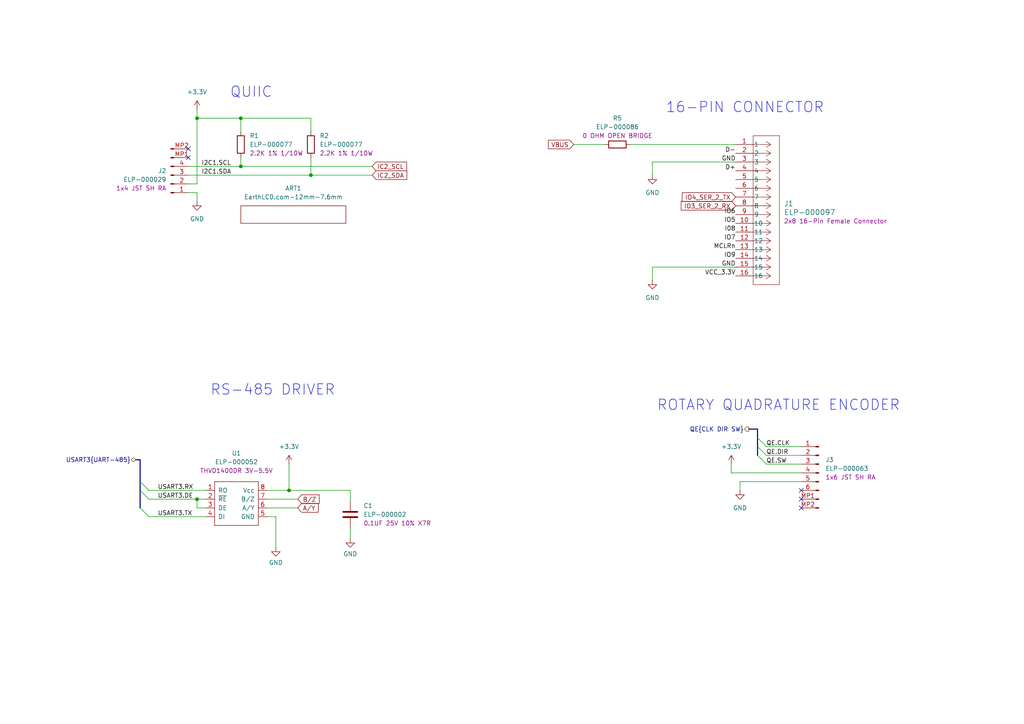
<source format=kicad_sch>
(kicad_sch (version 20230121) (generator eeschema)
  (paper "A4")
  (lib_symbols
    (symbol "1_EarthLCD:ELP-000002" (pin_numbers hide) (pin_names (offset 0.254))
      (property "Reference" "C" (at 0.635 2.54 0))
      (property "Value" "ELP-000002" (at 0.762 -2.54 0))
      (property "Info" "0.1UF 25V 10% X7R" (at 0.762 -4.318 0))
      (symbol "ELP-000002_0_1"
        (polyline (pts (xy -2.032 -0.762) (xy 2.032 -0.762)) (stroke (width 0.508)))
        (polyline (pts (xy -2.032 0.762) (xy 2.032 0.762)) (stroke (width 0.508)))
      )
      (symbol "ELP-000002_1_1"
        (pin passive line (at 0 3.81 270) (length 2.794) (name "~") (number "1"))
        (pin passive line (at 0 -3.81 90) (length 2.794) (name "~") (number "2"))
      )
    )
    (symbol "1_EarthLCD:ELP-000029" (pin_names (offset 1.016) hide)
      (property "Reference" "J" (at 0 5.08 0))
      (property "Value" "ELP-000029" (at 0 -12.7 0))
      (property "Info" "1x4 JST SH RA" (at 0 -15.24 0))
      (symbol "ELP-000029_1_1"
        (polyline (pts (xy 1.27 -10.16) (xy 0.8636 -10.16)) (stroke (width 0.1524)))
        (polyline (pts (xy 1.27 -7.62) (xy 0.8636 -7.62)) (stroke (width 0.1524)))
        (polyline (pts (xy 1.27 -5.08) (xy 0.8636 -5.08)) (stroke (width 0.1524)))
        (polyline (pts (xy 1.27 -2.54) (xy 0.8636 -2.54)) (stroke (width 0.1524)))
        (polyline (pts (xy 1.27 0) (xy 0.8636 0)) (stroke (width 0.1524)))
        (polyline (pts (xy 1.27 2.54) (xy 0.8636 2.54)) (stroke (width 0.1524)))
        (rectangle (start 0.8636 -10.033) (end 0 -10.287) (stroke (width 0.1524)) (fill (type outline)))
        (rectangle (start 0.8636 -7.493) (end 0 -7.747) (stroke (width 0.1524)) (fill (type outline)))
        (rectangle (start 0.8636 -4.953) (end 0 -5.207) (stroke (width 0.1524)) (fill (type outline)))
        (rectangle (start 0.8636 -2.413) (end 0 -2.667) (stroke (width 0.1524)) (fill (type outline)))
        (rectangle (start 0.8636 0.127) (end 0 -0.127) (stroke (width 0.1524)) (fill (type outline)))
        (rectangle (start 0.8636 2.667) (end 0 2.413) (stroke (width 0.1524)) (fill (type outline)))
        (pin passive line (at 5.08 2.54 180) (length 3.81) (name "Pin_1") (number "1"))
        (pin passive line (at 5.08 0 180) (length 3.81) (name "Pin_2") (number "2"))
        (pin passive line (at 5.08 -2.54 180) (length 3.81) (name "Pin_3") (number "3"))
        (pin passive line (at 5.08 -5.08 180) (length 3.81) (name "Pin_4") (number "4"))
        (pin passive line (at 5.08 -7.62 180) (length 3.81) (name "MountingPad") (number "MP1"))
        (pin passive line (at 5.08 -10.16 180) (length 3.81) (name "MountingPad") (number "MP2"))
      )
    )
    (symbol "1_EarthLCD:ELP-000052" (pin_names (offset 1.016))
      (property "Reference" "U" (at -7.62 0 0))
      (property "Value" "ELP-000052" (at 2.54 0 0))
      (property "Info" "THVD1400DR 3V-5.5V" (at 0 2.54 0))
      (symbol "ELP-000052_0_1"
        (rectangle (start 6.35 -13.97) (end -6.35 -1.27))
      )
      (symbol "ELP-000052_1_1"
        (pin output line (at -8.89 -3.81 0) (length 2.54) (name "RO") (number "1"))
        (pin input line (at -8.89 -6.35 0) (length 2.54) (name "~{RE}") (number "2"))
        (pin input line (at -8.89 -8.89 0) (length 2.54) (name "DE") (number "3"))
        (pin input line (at -8.89 -11.43 0) (length 2.54) (name "DI") (number "4"))
        (pin power_in line (at 8.89 -11.43 180) (length 2.54) (name "GND") (number "5"))
        (pin bidirectional line (at 8.89 -8.89 180) (length 2.54) (name "A/Y") (number "6"))
        (pin bidirectional line (at 8.89 -6.35 180) (length 2.54) (name "B/Z") (number "7"))
        (pin power_in line (at 8.89 -3.81 180) (length 2.54) (name "Vcc") (number "8"))
      )
    )
    (symbol "1_EarthLCD:ELP-000063" (pin_names (offset 1.016) hide)
      (property "Reference" "J" (at 0 7.62 0))
      (property "Value" "ELP-000063" (at 0 -15.24 0))
      (property "Info" "1x6 JST SH RA" (at 0 -17.78 0))
      (symbol "ELP-000063_1_1"
        (polyline (pts (xy 1.27 -12.7) (xy 0.8636 -12.7)) (stroke (width 0.1524)))
        (polyline (pts (xy 1.27 -10.16) (xy 0.8636 -10.16)) (stroke (width 0.1524)))
        (polyline (pts (xy 1.27 -7.62) (xy 0.8636 -7.62)) (stroke (width 0.1524)))
        (polyline (pts (xy 1.27 -5.08) (xy 0.8636 -5.08)) (stroke (width 0.1524)))
        (polyline (pts (xy 1.27 -2.54) (xy 0.8636 -2.54)) (stroke (width 0.1524)))
        (polyline (pts (xy 1.27 0) (xy 0.8636 0)) (stroke (width 0.1524)))
        (polyline (pts (xy 1.27 2.54) (xy 0.8636 2.54)) (stroke (width 0.1524)))
        (polyline (pts (xy 1.27 5.08) (xy 0.8636 5.08)) (stroke (width 0.1524)))
        (rectangle (start 0.8636 -12.573) (end 0 -12.827) (stroke (width 0.1524)) (fill (type outline)))
        (rectangle (start 0.8636 -10.033) (end 0 -10.287) (stroke (width 0.1524)) (fill (type outline)))
        (rectangle (start 0.8636 -7.493) (end 0 -7.747) (stroke (width 0.1524)) (fill (type outline)))
        (rectangle (start 0.8636 -4.953) (end 0 -5.207) (stroke (width 0.1524)) (fill (type outline)))
        (rectangle (start 0.8636 -2.413) (end 0 -2.667) (stroke (width 0.1524)) (fill (type outline)))
        (rectangle (start 0.8636 0.127) (end 0 -0.127) (stroke (width 0.1524)) (fill (type outline)))
        (rectangle (start 0.8636 2.667) (end 0 2.413) (stroke (width 0.1524)) (fill (type outline)))
        (rectangle (start 0.8636 5.207) (end 0 4.953) (stroke (width 0.1524)) (fill (type outline)))
        (pin passive line (at 5.08 5.08 180) (length 3.81) (name "Pin_1") (number "1"))
        (pin passive line (at 5.08 2.54 180) (length 3.81) (name "Pin_2") (number "2"))
        (pin passive line (at 5.08 0 180) (length 3.81) (name "Pin_3") (number "3"))
        (pin passive line (at 5.08 -2.54 180) (length 3.81) (name "Pin_4") (number "4"))
        (pin passive line (at 5.08 -5.08 180) (length 3.81) (name "Pin_5") (number "5"))
        (pin passive line (at 5.08 -7.62 180) (length 3.81) (name "Pin_6") (number "6"))
        (pin passive line (at 5.08 -10.16 180) (length 3.81) (name "MountingPad") (number "MP1"))
        (pin passive line (at 5.08 -12.7 180) (length 3.81) (name "MountingPad") (number "MP2"))
      )
    )
    (symbol "1_EarthLCD:ELP-000077" (pin_numbers hide) (pin_names (offset 0))
      (property "Reference" "R" (at 2.032 0 90))
      (property "Value" "ELP-000077" (at -2.54 0 90))
      (property "Info" "2.2K 1% 1/10W" (at -5.08 0 90))
      (symbol "ELP-000077_0_1"
        (rectangle (start -1.016 -2.54) (end 1.016 2.54) (stroke (width 0.254)))
      )
      (symbol "ELP-000077_1_1"
        (pin passive line (at 0 3.81 270) (length 1.27) (name "~") (number "1"))
        (pin passive line (at 0 -3.81 90) (length 1.27) (name "~") (number "2"))
      )
    )
    (symbol "1_EarthLCD:ELP-000086" (pin_numbers hide) (pin_names (offset 0))
      (property "Reference" "R" (at 2.032 0 90))
      (property "Value" "ELP-000086" (at -2.54 0 90))
      (property "Info" "0 OHM OPEN BRIDGE" (at -5.08 0 90))
      (symbol "ELP-000086_0_1"
        (rectangle (start -1.016 -2.54) (end 1.016 2.54) (stroke (width 0.254)))
      )
      (symbol "ELP-000086_1_1"
        (pin passive line (at 0 3.81 270) (length 1.27) (name "~") (number "1"))
        (pin passive line (at 0 -3.81 90) (length 1.27) (name "~") (number "2"))
      )
    )
    (symbol "1_EarthLCD:ELP-000097" (pin_names (offset 0.254))
      (property "Reference" "J" (at 8.89 4.064 0))
      (property "Value" "ELP-000097" (at 8.636 -43.561 0))
      (property "Info" "2x8 16-Pin Female Connector" (at 9.271 -46.482 0))
      (symbol "ELP-000097_0_1"
        (polyline (pts (xy 5.08 -40.64) (xy 12.7 -40.64)) (stroke (width 0.127)))
        (polyline (pts (xy 5.08 2.54) (xy 5.08 -40.64)) (stroke (width 0.127)))
        (polyline (pts (xy 10.16 -38.1) (xy 5.08 -38.1)) (stroke (width 0.127)))
        (polyline (pts (xy 10.16 -38.1) (xy 8.89 -38.9467)) (stroke (width 0.127)))
        (polyline (pts (xy 10.16 -38.1) (xy 8.89 -37.2533)) (stroke (width 0.127)))
        (polyline (pts (xy 10.16 -35.56) (xy 5.08 -35.56)) (stroke (width 0.127)))
        (polyline (pts (xy 10.16 -35.56) (xy 8.89 -36.4067)) (stroke (width 0.127)))
        (polyline (pts (xy 10.16 -35.56) (xy 8.89 -34.7133)) (stroke (width 0.127)))
        (polyline (pts (xy 10.16 -33.02) (xy 5.08 -33.02)) (stroke (width 0.127)))
        (polyline (pts (xy 10.16 -33.02) (xy 8.89 -33.8667)) (stroke (width 0.127)))
        (polyline (pts (xy 10.16 -33.02) (xy 8.89 -32.1733)) (stroke (width 0.127)))
        (polyline (pts (xy 10.16 -30.48) (xy 5.08 -30.48)) (stroke (width 0.127)))
        (polyline (pts (xy 10.16 -30.48) (xy 8.89 -31.3267)) (stroke (width 0.127)))
        (polyline (pts (xy 10.16 -30.48) (xy 8.89 -29.6333)) (stroke (width 0.127)))
        (polyline (pts (xy 10.16 -27.94) (xy 5.08 -27.94)) (stroke (width 0.127)))
        (polyline (pts (xy 10.16 -27.94) (xy 8.89 -28.7867)) (stroke (width 0.127)))
        (polyline (pts (xy 10.16 -27.94) (xy 8.89 -27.0933)) (stroke (width 0.127)))
        (polyline (pts (xy 10.16 -25.4) (xy 5.08 -25.4)) (stroke (width 0.127)))
        (polyline (pts (xy 10.16 -25.4) (xy 8.89 -26.2467)) (stroke (width 0.127)))
        (polyline (pts (xy 10.16 -25.4) (xy 8.89 -24.5533)) (stroke (width 0.127)))
        (polyline (pts (xy 10.16 -22.86) (xy 5.08 -22.86)) (stroke (width 0.127)))
        (polyline (pts (xy 10.16 -22.86) (xy 8.89 -23.7067)) (stroke (width 0.127)))
        (polyline (pts (xy 10.16 -22.86) (xy 8.89 -22.0133)) (stroke (width 0.127)))
        (polyline (pts (xy 10.16 -20.32) (xy 5.08 -20.32)) (stroke (width 0.127)))
        (polyline (pts (xy 10.16 -20.32) (xy 8.89 -21.1667)) (stroke (width 0.127)))
        (polyline (pts (xy 10.16 -20.32) (xy 8.89 -19.4733)) (stroke (width 0.127)))
        (polyline (pts (xy 10.16 -17.78) (xy 5.08 -17.78)) (stroke (width 0.127)))
        (polyline (pts (xy 10.16 -17.78) (xy 8.89 -18.6267)) (stroke (width 0.127)))
        (polyline (pts (xy 10.16 -17.78) (xy 8.89 -16.9333)) (stroke (width 0.127)))
        (polyline (pts (xy 10.16 -15.24) (xy 5.08 -15.24)) (stroke (width 0.127)))
        (polyline (pts (xy 10.16 -15.24) (xy 8.89 -16.0867)) (stroke (width 0.127)))
        (polyline (pts (xy 10.16 -15.24) (xy 8.89 -14.3933)) (stroke (width 0.127)))
        (polyline (pts (xy 10.16 -12.7) (xy 5.08 -12.7)) (stroke (width 0.127)))
        (polyline (pts (xy 10.16 -12.7) (xy 8.89 -13.5467)) (stroke (width 0.127)))
        (polyline (pts (xy 10.16 -12.7) (xy 8.89 -11.8533)) (stroke (width 0.127)))
        (polyline (pts (xy 10.16 -10.16) (xy 5.08 -10.16)) (stroke (width 0.127)))
        (polyline (pts (xy 10.16 -10.16) (xy 8.89 -11.0067)) (stroke (width 0.127)))
        (polyline (pts (xy 10.16 -10.16) (xy 8.89 -9.3133)) (stroke (width 0.127)))
        (polyline (pts (xy 10.16 -7.62) (xy 5.08 -7.62)) (stroke (width 0.127)))
        (polyline (pts (xy 10.16 -7.62) (xy 8.89 -8.4667)) (stroke (width 0.127)))
        (polyline (pts (xy 10.16 -7.62) (xy 8.89 -6.7733)) (stroke (width 0.127)))
        (polyline (pts (xy 10.16 -5.08) (xy 5.08 -5.08)) (stroke (width 0.127)))
        (polyline (pts (xy 10.16 -5.08) (xy 8.89 -5.9267)) (stroke (width 0.127)))
        (polyline (pts (xy 10.16 -5.08) (xy 8.89 -4.2333)) (stroke (width 0.127)))
        (polyline (pts (xy 10.16 -2.54) (xy 5.08 -2.54)) (stroke (width 0.127)))
        (polyline (pts (xy 10.16 -2.54) (xy 8.89 -3.3867)) (stroke (width 0.127)))
        (polyline (pts (xy 10.16 -2.54) (xy 8.89 -1.6933)) (stroke (width 0.127)))
        (polyline (pts (xy 10.16 0) (xy 5.08 0)) (stroke (width 0.127)))
        (polyline (pts (xy 10.16 0) (xy 8.89 -0.8467)) (stroke (width 0.127)))
        (polyline (pts (xy 10.16 0) (xy 8.89 0.8467)) (stroke (width 0.127)))
        (polyline (pts (xy 12.7 -40.64) (xy 12.7 2.54)) (stroke (width 0.127)))
        (polyline (pts (xy 12.7 2.54) (xy 5.08 2.54)) (stroke (width 0.127)))
        (pin unspecified line (at 0 0 0) (length 5.08) (name "1") (number "1"))
        (pin unspecified line (at 0 -22.86 0) (length 5.08) (name "10") (number "10"))
        (pin unspecified line (at 0 -25.4 0) (length 5.08) (name "11") (number "11"))
        (pin unspecified line (at 0 -27.94 0) (length 5.08) (name "12") (number "12"))
        (pin unspecified line (at 0 -30.48 0) (length 5.08) (name "13") (number "13"))
        (pin unspecified line (at 0 -33.02 0) (length 5.08) (name "14") (number "14"))
        (pin unspecified line (at 0 -35.56 0) (length 5.08) (name "15") (number "15"))
        (pin unspecified line (at 0 -38.1 0) (length 5.08) (name "16") (number "16"))
        (pin unspecified line (at 0 -2.54 0) (length 5.08) (name "2") (number "2"))
        (pin unspecified line (at 0 -5.08 0) (length 5.08) (name "3") (number "3"))
        (pin unspecified line (at 0 -7.62 0) (length 5.08) (name "4") (number "4"))
        (pin unspecified line (at 0 -10.16 0) (length 5.08) (name "5") (number "5"))
        (pin unspecified line (at 0 -12.7 0) (length 5.08) (name "6") (number "6"))
        (pin unspecified line (at 0 -15.24 0) (length 5.08) (name "7") (number "7"))
        (pin unspecified line (at 0 -17.78 0) (length 5.08) (name "8") (number "8"))
        (pin unspecified line (at 0 -20.32 0) (length 5.08) (name "9") (number "9"))
      )
    )
    (symbol "1_EarthLCD:SparkFun-QWICC-Logo-4mm-1.8mm" (pin_names (offset 1.016))
      (property "Reference" "ART" (at 0 1.27 0))
      (property "Value" "EarthLCD.com-12mm-7.6mm" (at 0 -1.27 0))
      (symbol "SparkFun-QWICC-Logo-4mm-1.8mm_0_1"
        (rectangle (start -15.24 2.54) (end 15.24 -2.54))
      )
    )
    (symbol "power:+3.3V" (power) (pin_names (offset 0))
      (property "Value" "+3.3V" (at 0 3.556 0))
      (symbol "+3.3V_0_1"
        (polyline (pts (xy -0.762 1.27) (xy 0 2.54)))
        (polyline (pts (xy 0 0) (xy 0 2.54)))
        (polyline (pts (xy 0 2.54) (xy 0.762 1.27)))
      )
      (symbol "+3.3V_1_1"
        (pin power_in line (at 0 0 90) (length 0) hide (name "+3.3V") (number "1"))
      )
    )
    (symbol "power:GND" (power) (pin_names (offset 0))
      (property "Value" "GND" (at 0 -3.81 0))
      (symbol "GND_0_1"
        (polyline (pts (xy 0 0) (xy 0 -1.27) (xy 1.27 -1.27) (xy 0 -2.54) (xy -1.27 -1.27) (xy 0 -1.27)))
      )
      (symbol "GND_1_1"
        (pin power_in line (at 0 0 270) (length 0) hide (name "GND") (number "1"))
      )
    )
  )
  (junction (at 90.17 50.8))
  (junction (at 57.15 144.78))
  (junction (at 57.15 34.29))
  (junction (at 83.82 142.24))
  (junction (at 69.85 34.29))
  (junction (at 69.85 48.26))
  (no_connect (at 232.41 147.32))
  (no_connect (at 54.61 45.72))
  (no_connect (at 54.61 43.18))
  (no_connect (at 232.41 142.24))
  (no_connect (at 232.41 144.78))
  (bus_entry (at 219.71 127) (size 2.54 2.54))
  (bus_entry (at 219.71 132.08) (size 2.54 2.54))
  (bus_entry (at 40.64 147.32) (size 2.54 2.54))
  (bus_entry (at 219.71 129.54) (size 2.54 2.54))
  (bus_entry (at 40.64 142.24) (size 2.54 2.54))
  (bus_entry (at 40.64 139.7) (size 2.54 2.54))
  (wire (pts (xy 77.47 144.78) (xy 86.36 144.78)))
  (wire (pts (xy 90.17 38.1) (xy 90.17 34.29)))
  (wire (pts (xy 83.82 134.62) (xy 83.82 142.24)))
  (wire (pts (xy 69.85 34.29) (xy 69.85 38.1)))
  (wire (pts (xy 213.36 46.99) (xy 189.23 46.99)))
  (wire (pts (xy 77.47 142.24) (xy 83.82 142.24)))
  (wire (pts (xy 57.15 34.29) (xy 57.15 53.34)))
  (wire (pts (xy 80.01 149.86) (xy 77.47 149.86)))
  (wire (pts (xy 54.61 53.34) (xy 57.15 53.34)))
  (wire (pts (xy 57.15 144.78) (xy 59.69 144.78)))
  (wire (pts (xy 214.63 142.24) (xy 214.63 139.7)))
  (wire (pts (xy 101.6 153.035) (xy 101.6 156.21)))
  (wire (pts (xy 80.01 158.75) (xy 80.01 149.86)))
  (wire (pts (xy 222.25 134.62) (xy 232.41 134.62)))
  (bus (pts (xy 40.64 139.7) (xy 40.64 142.24)))
  (wire (pts (xy 69.85 34.29) (xy 90.17 34.29)))
  (wire (pts (xy 212.09 134.62) (xy 212.09 137.16)))
  (bus (pts (xy 217.17 124.46) (xy 219.71 124.46)))
  (wire (pts (xy 189.23 46.99) (xy 189.23 50.8)))
  (bus (pts (xy 219.71 129.54) (xy 219.71 132.08)))
  (wire (pts (xy 222.25 132.08) (xy 232.41 132.08)))
  (bus (pts (xy 40.64 133.35) (xy 40.64 139.7)))
  (wire (pts (xy 43.18 149.86) (xy 59.69 149.86)))
  (wire (pts (xy 182.88 41.91) (xy 213.36 41.91)))
  (wire (pts (xy 101.6 142.24) (xy 101.6 145.415)))
  (wire (pts (xy 214.63 139.7) (xy 232.41 139.7)))
  (wire (pts (xy 222.25 129.54) (xy 232.41 129.54)))
  (wire (pts (xy 57.15 144.78) (xy 57.15 147.32)))
  (wire (pts (xy 57.15 58.42) (xy 57.15 55.88)))
  (wire (pts (xy 57.15 147.32) (xy 59.69 147.32)))
  (wire (pts (xy 43.18 142.24) (xy 59.69 142.24)))
  (wire (pts (xy 57.15 31.75) (xy 57.15 34.29)))
  (wire (pts (xy 69.85 48.26) (xy 107.95 48.26)))
  (wire (pts (xy 166.37 41.91) (xy 175.26 41.91)))
  (wire (pts (xy 43.18 144.78) (xy 57.15 144.78)))
  (wire (pts (xy 54.61 48.26) (xy 69.85 48.26)))
  (wire (pts (xy 189.23 77.47) (xy 189.23 81.28)))
  (wire (pts (xy 57.15 55.88) (xy 54.61 55.88)))
  (wire (pts (xy 90.17 50.8) (xy 107.95 50.8)))
  (wire (pts (xy 212.09 137.16) (xy 232.41 137.16)))
  (bus (pts (xy 40.64 142.24) (xy 40.64 147.32)))
  (wire (pts (xy 57.15 34.29) (xy 69.85 34.29)))
  (bus (pts (xy 219.71 127) (xy 219.71 129.54)))
  (bus (pts (xy 39.37 133.35) (xy 40.64 133.35)))
  (wire (pts (xy 213.36 77.47) (xy 189.23 77.47)))
  (wire (pts (xy 54.61 50.8) (xy 90.17 50.8)))
  (wire (pts (xy 90.17 45.72) (xy 90.17 50.8)))
  (wire (pts (xy 83.82 142.24) (xy 101.6 142.24)))
  (bus (pts (xy 219.71 124.46) (xy 219.71 127)))
  (wire (pts (xy 77.47 147.32) (xy 86.36 147.32)))
  (wire (pts (xy 69.85 45.72) (xy 69.85 48.26)))
  (text "RS-485 DRIVER" (at 60.96 114.935 0) (effects (font (size 3 3)) (justify left bottom)))
  (text "ROTARY QUADRATURE ENCODER" (at 190.5 119.38 0) (effects (font (size 3 3)) (justify left bottom)))
  (text "QUIIC" (at 66.675 28.575 0) (effects (font (size 3 3)) (justify left bottom)))
  (text "16-PIN CONNECTOR" (at 193.04 33.02 0) (effects (font (size 3 3)) (justify left bottom)))
  (label "IO7" (at 213.36 69.85 180))
  (label "IO5" (at 213.36 64.77 180))
  (label "USART3.TX" (at 45.72 149.86 0))
  (label "USART3.RX" (at 45.72 142.24 0))
  (label "I08" (at 213.36 67.31 180))
  (label "VCC_3.3V" (at 213.36 80.01 180))
  (label "GND" (at 213.36 46.99 180))
  (label "IO6" (at 213.36 62.23 180))
  (label "QE.DIR" (at 222.25 132.08 0))
  (label "I2C1.SCL" (at 58.42 48.26 0))
  (label "GND" (at 213.36 77.47 180))
  (label "I2C1.SDA" (at 58.42 50.8 0))
  (label "IO9" (at 213.36 74.93 180))
  (label "QE.SW" (at 222.25 134.62 0))
  (label "D+" (at 213.36 49.53 180))
  (label "D-" (at 213.36 44.45 180))
  (label "MCLRn" (at 213.36 72.39 180))
  (label "QE.CLK" (at 222.25 129.54 0))
  (label "USART3.DE" (at 45.72 144.78 0))
  (global_label "A{slash}Y" (shape input) (at 86.36 147.32 0) (property "Intersheetrefs" "${INTERSHEET_REFS}" (effects hide)))
  (global_label "IO4_SER_2_TX" (shape input) (at 213.36 57.15 180) (property "Intersheetrefs" "${INTERSHEET_REFS}" (effects hide)))
  (global_label "B{slash}Z" (shape input) (at 86.36 144.78 0) (property "Intersheetrefs" "${INTERSHEET_REFS}" (effects hide)))
  (global_label "IC2_SDA" (shape input) (at 107.95 50.8 0) (property "Intersheetrefs" "${INTERSHEET_REFS}" (effects hide)))
  (global_label "IC2_SCL" (shape input) (at 107.95 48.26 0) (property "Intersheetrefs" "${INTERSHEET_REFS}" (effects hide)))
  (global_label "IO3_SER_2_RX" (shape input) (at 213.36 59.69 180) (property "Intersheetrefs" "${INTERSHEET_REFS}" (effects hide)))
  (global_label "VBUS" (shape input) (at 166.37 41.91 180) (property "Intersheetrefs" "${INTERSHEET_REFS}" (effects hide)))
  (hierarchical_label "USART3{UART-485}" (shape bidirectional) (at 39.37 133.35 180))
  (hierarchical_label "QE{CLK DIR SW}" (shape output) (at 217.17 124.46 180))
  (symbol (lib_id "power:GND") (at 57.15 58.42 0) (unit 1)
    (property "Reference" "#PWR02" (effects hide))
    (property "Value" "GND" (at 57.15 63.5 0))
    (instances (project "ezLCD-303-PicoPi-Breakout-Board" (path "" (reference "#PWR02") (unit 1))) (project "PCB-2301" (path "" (reference "#PWR0135") (unit 1))))
  )
  (symbol (lib_id "power:GND") (at 101.6 156.21 0) (unit 1)
    (property "Reference" "#PWR06" (effects hide))
    (property "Value" "GND" (at 101.6 160.655 0))
    (instances (project "ezLCD-303-PicoPi-Breakout-Board" (path "" (reference "#PWR06") (unit 1))) (project "PCB-2301" (path "" (reference "#PWR0160") (unit 1))))
  )
  (symbol (lib_id "power:GND") (at 80.01 158.75 0) (unit 1)
    (property "Reference" "#PWR03" (effects hide))
    (property "Value" "GND" (at 80.01 163.195 0))
    (instances (project "ezLCD-303-PicoPi-Breakout-Board" (path "" (reference "#PWR03") (unit 1))) (project "PCB-2301" (path "" (reference "#PWR0163") (unit 1))))
  )
  (symbol (lib_id "power:GND") (at 189.23 81.28 0) (unit 1)
    (property "Reference" "#PWR09" (effects hide))
    (property "Value" "GND" (at 189.23 86.36 0))
    (instances (project "ezLCD-303-PicoPi-Breakout-Board" (path "" (reference "#PWR09") (unit 1))) (project "PCB-2301" (path "" (reference "#PWR0166") (unit 1))))
  )
  (symbol (lib_id "1_EarthLCD:ELP-000086") (at 179.07 41.91 90) (unit 1)
    (property "Reference" "R5" (at 179.07 34.29 90))
    (property "Value" "ELP-000086" (at 179.07 36.83 90))
    (property "Footprint" "1_EarthLCD:ELP-000086" (effects hide))
    (property "Info" "0 OHM OPEN BRIDGE" (at 179.07 39.37 90))
  )
  (symbol (lib_id "power:+3.3V") (at 57.15 31.75 0) (unit 1)
    (property "Reference" "#PWR01" (effects hide))
    (property "Value" "+3.3V" (at 57.15 26.67 0))
    (instances (project "ezLCD-303-PicoPi-Breakout-Board" (path "" (reference "#PWR01") (unit 1))) (project "PCB-2301" (path "" (reference "#PWR0136") (unit 1))))
  )
  (symbol (lib_id "1_EarthLCD:ELP-000029") (at 49.53 53.34 0) (mirror x) (unit 1)
    (property "Reference" "J2" (at 48.26 49.5299 0) (effects (justify right)))
    (property "Value" "ELP-000029" (at 48.26 52.0699 0) (effects (justify right)))
    (property "Footprint" "1_EarthLCD:ELP-000029_JST_SH_SM04B-SRSS-TB_1x04-1MP_P1.00mm_Horizontal" (effects hide))
    (property "Info" "1x4 JST SH RA" (at 48.26 54.6099 0) (effects (justify right)))
    (instances (project "ezLCD-303-PicoPi-Breakout-Board" (path "" (reference "J2") (unit 1))) (project "PCB-2301" (path "" (reference "J9") (unit 1))))
  )
  (symbol (lib_id "1_EarthLCD:ELP-000077") (at 90.17 41.91 180) (unit 1)
    (property "Reference" "R2" (at 92.71 39.3699 0) (effects (justify right)))
    (property "Value" "ELP-000077" (at 92.71 41.9099 0) (effects (justify right)))
    (property "Footprint" "1_EarthLCD:R_0603_1608Metric" (effects hide))
    (property "Info" "2.2K 1% 1/10W" (at 92.71 44.4499 0) (effects (justify right)))
    (instances (project "ezLCD-303-PicoPi-Breakout-Board" (path "" (reference "R2") (unit 1))) (project "PCB-2301" (path "" (reference "R25") (unit 1))))
  )
  (symbol (lib_id "1_EarthLCD:ELP-000052") (at 68.58 138.43 0) (unit 1)
    (property "Reference" "U1" (at 68.58 131.445 0))
    (property "Value" "ELP-000052" (at 68.58 133.985 0))
    (property "Footprint" "1_EarthLCD:SO-8" (effects hide))
    (property "Info" "THVD1400DR 3V-5.5V" (at 68.58 136.525 0))
    (instances (project "ezLCD-303-PicoPi-Breakout-Board" (path "" (reference "U1") (unit 1))) (project "PCB-2301" (path "" (reference "U10") (unit 1))))
  )
  (symbol (lib_id "power:+3.3V") (at 212.09 134.62 0) (unit 1)
    (property "Reference" "#PWR07" (effects hide))
    (property "Value" "+3.3V" (at 212.09 129.54 0))
    (instances (project "ezLCD-303-PicoPi-Breakout-Board" (path "" (reference "#PWR07") (unit 1))) (project "PCB-2301" (path "" (reference "#PWR0167") (unit 1))))
  )
  (symbol (lib_id "power:+3.3V") (at 83.82 134.62 0) (unit 1)
    (property "Reference" "#PWR04" (effects hide))
    (property "Value" "+3.3V" (at 83.82 129.54 0))
    (instances (project "ezLCD-303-PicoPi-Breakout-Board" (path "" (reference "#PWR04") (unit 1))) (project "PCB-2301" (path "" (reference "#PWR0234") (unit 1))))
  )
  (symbol (lib_id "1_EarthLCD:ELP-000063") (at 237.49 134.62 0) (mirror y) (unit 1)
    (property "Reference" "J3" (at 239.395 133.3499 0) (effects (justify right)))
    (property "Value" "ELP-000063" (at 239.395 135.8899 0) (effects (justify right)))
    (property "Footprint" "1_EarthLCD:ELP-000063_JST_SH_SM06B-SRSS-TB_1x06-1MP_P1.00mm_Horizontal" (effects hide))
    (property "Info" "1x6 JST SH RA" (at 239.395 138.4299 0) (effects (justify right)))
    (instances (project "ezLCD-303-PicoPi-Breakout-Board" (path "" (reference "J3") (unit 1))) (project "PCB-2301" (path "" (reference "J6") (unit 1))))
  )
  (symbol (lib_id "1_EarthLCD:SparkFun-QWICC-Logo-4mm-1.8mm") (at 85.09 62.23 0) (unit 1)
    (property "Reference" "ART1" (at 85.09 54.61 0))
    (property "Value" "EarthLCD.com-12mm-7.6mm" (at 85.09 57.15 0))
    (property "Footprint" "1_EarthLCD:SparkFun-QWICC-Logo-4mm_x_1" (effects hide))
  )
  (symbol (lib_id "1_EarthLCD:ELP-000077") (at 69.85 41.91 180) (unit 1)
    (property "Reference" "R1" (at 72.39 39.3699 0) (effects (justify right)))
    (property "Value" "ELP-000077" (at 72.39 41.9099 0) (effects (justify right)))
    (property "Footprint" "1_EarthLCD:R_0603_1608Metric" (effects hide))
    (property "Info" "2.2K 1% 1/10W" (at 72.39 44.4499 0) (effects (justify right)))
    (instances (project "ezLCD-303-PicoPi-Breakout-Board" (path "" (reference "R1") (unit 1))) (project "PCB-2301" (path "" (reference "R24") (unit 1))))
  )
  (symbol (lib_id "power:GND") (at 214.63 142.24 0) (unit 1)
    (property "Reference" "#PWR08" (effects hide))
    (property "Value" "GND" (at 214.63 147.32 0))
    (instances (project "ezLCD-303-PicoPi-Breakout-Board" (path "" (reference "#PWR08") (unit 1))) (project "PCB-2301" (path "" (reference "#PWR0166") (unit 1))))
  )
  (symbol (lib_id "power:GND") (at 189.23 50.8 0) (unit 1)
    (property "Reference" "#PWR010" (effects hide))
    (property "Value" "GND" (at 189.23 55.88 0))
    (instances (project "ezLCD-303-PicoPi-Breakout-Board" (path "" (reference "#PWR010") (unit 1))) (project "PCB-2301" (path "" (reference "#PWR0166") (unit 1))))
  )
  (symbol (lib_id "1_EarthLCD:ELP-000002") (at 101.6 149.225 0) (unit 1)
    (property "Reference" "C1" (at 105.41 146.6849 0) (effects (justify left)))
    (property "Value" "ELP-000002" (at 105.41 149.2249 0) (effects (justify left)))
    (property "Footprint" "1_EarthLCD:C_0402_1005Metric" (effects hide))
    (property "Info" "0.1UF 25V 10% X7R" (at 105.41 151.7649 0) (effects (justify left)))
    (property "Earth" "CAP-04023C104KAT2A" (effects hide))
    (instances (project "ezLCD-303-PicoPi-Breakout-Board" (path "" (reference "C1") (unit 1))) (project "PCB-2301" (path "" (reference "C46") (unit 1))))
  )
  (symbol (lib_id "1_EarthLCD:ELP-000097") (at 213.36 41.91 0) (unit 1)
    (property "Reference" "J1" (at 227.33 59.055 0) (effects (font (size 1.524 1.524)) (justify left)))
    (property "Value" "ELP-000097" (at 227.33 61.595 0) (effects (font (size 1.524 1.524)) (justify left)))
    (property "Footprint" "1_EarthLCD:ELP-000097" (effects hide))
    (property "Info" "2x8 16-Pin Female Connector" (at 227.33 64.135 0) (effects (justify left)))
  )
)
</source>
